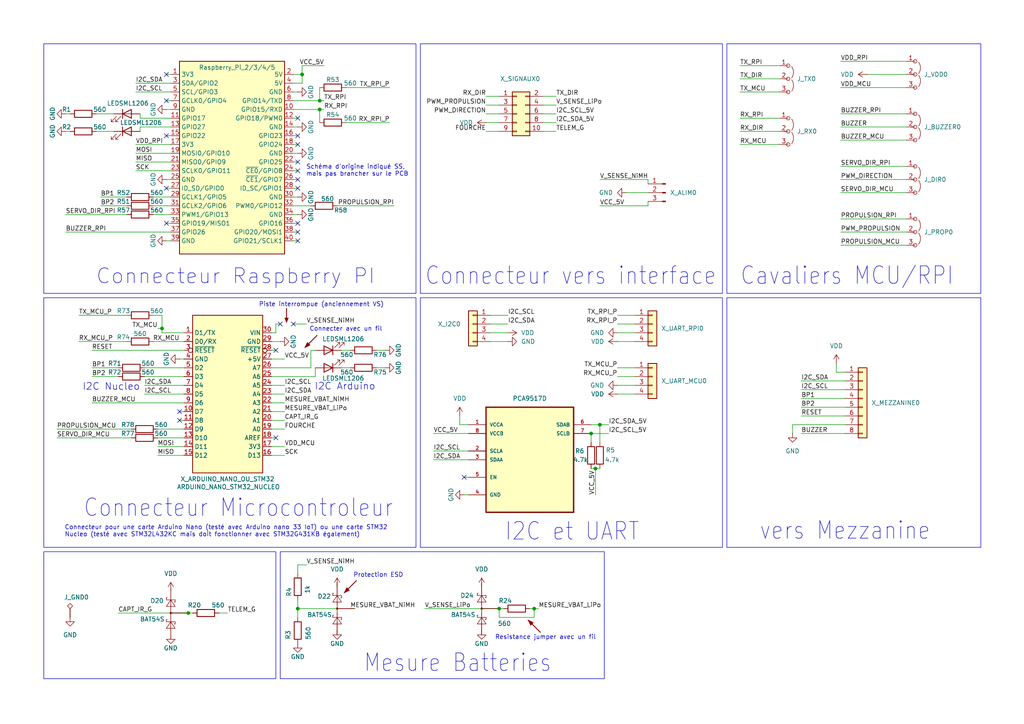
<source format=kicad_sch>
(kicad_sch (version 20231120) (generator "eeschema") (generator_version "8.0")
  (paper "A4")
  (junction (at 54.61 177.8))
  (junction (at 171.45 125.73))
  (junction (at 92.71 31.75))
  (junction (at 86.36 176.53))
  (junction (at 92.71 29.21))
  (junction (at 173.99 123.19))
  (junction (at 87.63 21.59))
  (junction (at 46.99 95.25))
  (junction (at 144.78 176.53))
  (junction (at 154.94 176.53))
  (junction (at 172.72 135.89))
  (no_connect (at 52.07 121.92))
  (no_connect (at 80.01 127))
  (no_connect (at 86.36 49.53))
  (no_connect (at 48.26 21.59))
  (no_connect (at 86.36 39.37))
  (no_connect (at 48.26 54.61))
  (no_connect (at 85.09 93.98))
  (no_connect (at 48.26 39.37))
  (no_connect (at 81.28 93.98))
  (no_connect (at 52.07 119.38))
  (no_connect (at 80.01 101.6))
  (no_connect (at 86.36 34.29))
  (no_connect (at 48.26 29.21))
  (no_connect (at 86.36 46.99))
  (no_connect (at 86.36 41.91))
  (no_connect (at 86.36 64.77))
  (no_connect (at 86.36 69.85))
  (no_connect (at 86.36 54.61))
  (no_connect (at 86.36 67.31))
  (no_connect (at 134.62 138.43))
  (no_connect (at 86.36 52.07))
  (no_connect (at 48.26 64.77))
  (wire (pts (xy 157.48 35.56) (xy 161.29 35.56)))
  (wire (pts (xy 134.62 143.51) (xy 135.89 143.51)))
  (wire (pts (xy 46.99 91.44) (xy 46.99 95.25)))
  (wire (pts (xy 142.24 93.98) (xy 147.32 93.98)))
  (wire (pts (xy 85.09 59.69) (xy 90.17 59.69)))
  (wire (pts (xy 85.09 31.75) (xy 92.71 31.75)))
  (wire (pts (xy 144.78 176.53) (xy 146.05 176.53)))
  (wire (pts (xy 243.84 71.12) (xy 262.89 71.12)))
  (wire (pts (xy 52.07 104.14) (xy 53.34 104.14)))
  (wire (pts (xy 154.94 176.53) (xy 154.94 179.07)))
  (wire (pts (xy 80.01 96.52) (xy 78.74 96.52)))
  (wire (pts (xy 86.36 62.23) (xy 85.09 62.23)))
  (wire (pts (xy 232.41 118.11) (xy 245.11 118.11)))
  (wire (pts (xy 46.99 96.52) (xy 53.34 96.52)))
  (wire (pts (xy 92.71 35.56) (xy 92.71 31.75)))
  (wire (pts (xy 45.72 127) (xy 53.34 127)))
  (wire (pts (xy 86.36 54.61) (xy 85.09 54.61)))
  (wire (pts (xy 86.36 44.45) (xy 85.09 44.45)))
  (wire (pts (xy 78.74 106.68) (xy 90.17 106.68)))
  (wire (pts (xy 41.91 109.22) (xy 53.34 109.22)))
  (wire (pts (xy 45.72 124.46) (xy 53.34 124.46)))
  (wire (pts (xy 49.53 171.45) (xy 49.53 170.18)))
  (wire (pts (xy 142.24 99.06) (xy 147.32 99.06)))
  (wire (pts (xy 19.05 67.31) (xy 49.53 67.31)))
  (wire (pts (xy 154.94 176.53) (xy 156.21 176.53)))
  (wire (pts (xy 181.61 55.88) (xy 187.96 55.88)))
  (wire (pts (xy 39.37 46.99) (xy 49.53 46.99)))
  (wire (pts (xy 52.07 119.38) (xy 53.34 119.38)))
  (wire (pts (xy 86.36 69.85) (xy 85.09 69.85)))
  (wire (pts (xy 54.61 177.8) (xy 55.88 177.8)))
  (wire (pts (xy 44.45 59.69) (xy 49.53 59.69)))
  (wire (pts (xy 86.36 163.83) (xy 86.36 166.37)))
  (wire (pts (xy 78.74 129.54) (xy 82.55 129.54)))
  (wire (pts (xy 22.86 91.44) (xy 36.83 91.44)))
  (wire (pts (xy 39.37 24.13) (xy 49.53 24.13)))
  (wire (pts (xy 85.09 93.98) (xy 88.9 93.98)))
  (wire (pts (xy 251.46 21.59) (xy 262.89 21.59)))
  (wire (pts (xy 109.22 101.6) (xy 111.76 101.6)))
  (wire (pts (xy 125.73 133.35) (xy 135.89 133.35)))
  (wire (pts (xy 78.74 121.92) (xy 82.55 121.92)))
  (wire (pts (xy 171.45 125.73) (xy 171.45 128.27)))
  (wire (pts (xy 29.21 57.15) (xy 36.83 57.15)))
  (wire (pts (xy 133.35 120.65) (xy 133.35 123.19)))
  (wire (pts (xy 172.72 135.89) (xy 172.72 143.51)))
  (wire (pts (xy 243.84 63.5) (xy 262.89 63.5)))
  (wire (pts (xy 26.67 116.84) (xy 53.34 116.84)))
  (wire (pts (xy 179.07 114.3) (xy 184.15 114.3)))
  (wire (pts (xy 242.57 107.95) (xy 245.11 107.95)))
  (wire (pts (xy 80.01 93.98) (xy 81.28 93.98)))
  (wire (pts (xy 78.74 124.46) (xy 82.55 124.46)))
  (wire (pts (xy 97.79 182.88) (xy 97.79 184.15)))
  (wire (pts (xy 85.09 21.59) (xy 87.63 21.59)))
  (wire (pts (xy 86.36 34.29) (xy 85.09 34.29)))
  (wire (pts (xy 86.36 41.91) (xy 85.09 41.91)))
  (wire (pts (xy 86.36 176.53) (xy 86.36 179.07)))
  (wire (pts (xy 41.91 111.76) (xy 53.34 111.76)))
  (wire (pts (xy 243.84 67.31) (xy 262.89 67.31)))
  (wire (pts (xy 86.36 49.53) (xy 85.09 49.53)))
  (wire (pts (xy 214.63 38.1) (xy 226.06 38.1)))
  (wire (pts (xy 44.45 62.23) (xy 49.53 62.23)))
  (wire (pts (xy 99.06 106.68) (xy 101.6 106.68)))
  (wire (pts (xy 179.07 91.44) (xy 184.15 91.44)))
  (wire (pts (xy 179.07 109.22) (xy 184.15 109.22)))
  (wire (pts (xy 92.71 31.75) (xy 93.98 31.75)))
  (wire (pts (xy 86.36 39.37) (xy 85.09 39.37)))
  (wire (pts (xy 232.41 125.73) (xy 245.11 125.73)))
  (wire (pts (xy 140.97 27.94) (xy 144.78 27.94)))
  (wire (pts (xy 87.63 19.05) (xy 93.98 19.05)))
  (wire (pts (xy 86.36 36.83) (xy 85.09 36.83)))
  (wire (pts (xy 86.36 26.67) (xy 85.09 26.67)))
  (wire (pts (xy 139.7 182.88) (xy 139.7 184.15)))
  (wire (pts (xy 45.72 132.08) (xy 53.34 132.08)))
  (wire (pts (xy 91.44 109.22) (xy 91.44 106.68)))
  (wire (pts (xy 92.71 29.21) (xy 93.98 29.21)))
  (wire (pts (xy 125.73 130.81) (xy 135.89 130.81)))
  (wire (pts (xy 78.74 99.06) (xy 81.28 99.06)))
  (wire (pts (xy 26.67 101.6) (xy 53.34 101.6)))
  (wire (pts (xy 46.99 95.25) (xy 46.99 96.52)))
  (wire (pts (xy 157.48 27.94) (xy 161.29 27.94)))
  (wire (pts (xy 34.29 177.8) (xy 54.61 177.8)))
  (wire (pts (xy 19.05 38.1) (xy 20.32 38.1)))
  (wire (pts (xy 243.84 17.78) (xy 262.89 17.78)))
  (wire (pts (xy 99.06 101.6) (xy 101.6 101.6)))
  (wire (pts (xy 179.07 111.76) (xy 184.15 111.76)))
  (wire (pts (xy 134.62 138.43) (xy 135.89 138.43)))
  (wire (pts (xy 173.99 123.19) (xy 176.53 123.19)))
  (wire (pts (xy 26.67 106.68) (xy 34.29 106.68)))
  (wire (pts (xy 140.97 35.56) (xy 144.78 35.56)))
  (wire (pts (xy 85.09 24.13) (xy 87.63 24.13)))
  (wire (pts (xy 100.33 35.56) (xy 113.03 35.56)))
  (wire (pts (xy 91.44 101.6) (xy 90.17 101.6)))
  (wire (pts (xy 232.41 110.49) (xy 245.11 110.49)))
  (wire (pts (xy 19.05 33.02) (xy 20.32 33.02)))
  (wire (pts (xy 144.78 176.53) (xy 144.78 179.07)))
  (wire (pts (xy 97.79 59.69) (xy 114.3 59.69)))
  (wire (pts (xy 157.48 38.1) (xy 161.29 38.1)))
  (wire (pts (xy 48.26 54.61) (xy 49.53 54.61)))
  (wire (pts (xy 22.86 99.06) (xy 36.83 99.06)))
  (wire (pts (xy 86.36 64.77) (xy 85.09 64.77)))
  (wire (pts (xy 27.94 33.02) (xy 33.02 33.02)))
  (wire (pts (xy 40.64 33.02) (xy 40.64 34.29)))
  (wire (pts (xy 44.45 57.15) (xy 49.53 57.15)))
  (wire (pts (xy 92.71 25.4) (xy 92.71 29.21)))
  (wire (pts (xy 171.45 125.73) (xy 176.53 125.73)))
  (wire (pts (xy 78.74 111.76) (xy 82.55 111.76)))
  (wire (pts (xy 78.74 104.14) (xy 82.55 104.14)))
  (wire (pts (xy 78.74 132.08) (xy 82.55 132.08)))
  (wire (pts (xy 232.41 115.57) (xy 245.11 115.57)))
  (wire (pts (xy 45.72 129.54) (xy 53.34 129.54)))
  (wire (pts (xy 214.63 22.86) (xy 226.06 22.86)))
  (wire (pts (xy 157.48 33.02) (xy 161.29 33.02)))
  (wire (pts (xy 86.36 57.15) (xy 85.09 57.15)))
  (wire (pts (xy 229.87 125.73) (xy 229.87 123.19)))
  (wire (pts (xy 179.07 106.68) (xy 184.15 106.68)))
  (wire (pts (xy 78.74 109.22) (xy 91.44 109.22)))
  (wire (pts (xy 97.79 176.53) (xy 86.36 176.53)))
  (wire (pts (xy 48.26 39.37) (xy 49.53 39.37)))
  (wire (pts (xy 29.21 59.69) (xy 36.83 59.69)))
  (wire (pts (xy 214.63 26.67) (xy 226.06 26.67)))
  (wire (pts (xy 44.45 91.44) (xy 46.99 91.44)))
  (wire (pts (xy 171.45 135.89) (xy 172.72 135.89)))
  (wire (pts (xy 44.45 99.06) (xy 53.34 99.06)))
  (wire (pts (xy 78.74 116.84) (xy 82.55 116.84)))
  (wire (pts (xy 123.19 176.53) (xy 144.78 176.53)))
  (wire (pts (xy 27.94 38.1) (xy 33.02 38.1)))
  (wire (pts (xy 39.37 41.91) (xy 49.53 41.91)))
  (wire (pts (xy 187.96 59.69) (xy 187.96 58.42)))
  (wire (pts (xy 52.07 121.92) (xy 53.34 121.92)))
  (wire (pts (xy 16.51 124.46) (xy 38.1 124.46)))
  (wire (pts (xy 214.63 34.29) (xy 226.06 34.29)))
  (wire (pts (xy 48.26 29.21) (xy 49.53 29.21)))
  (wire (pts (xy 133.35 123.19) (xy 135.89 123.19)))
  (wire (pts (xy 78.74 119.38) (xy 82.55 119.38)))
  (wire (pts (xy 16.51 127) (xy 38.1 127)))
  (wire (pts (xy 173.99 123.19) (xy 173.99 128.27)))
  (wire (pts (xy 153.67 176.53) (xy 154.94 176.53)))
  (wire (pts (xy 139.7 170.18) (xy 139.7 168.91)))
  (wire (pts (xy 90.17 101.6) (xy 90.17 106.68)))
  (wire (pts (xy 40.64 36.83) (xy 49.53 36.83)))
  (wire (pts (xy 229.87 123.19) (xy 245.11 123.19)))
  (wire (pts (xy 86.36 46.99) (xy 85.09 46.99)))
  (wire (pts (xy 86.36 52.07) (xy 85.09 52.07)))
  (wire (pts (xy 49.53 184.15) (xy 49.53 185.42)))
  (wire (pts (xy 232.41 120.65) (xy 245.11 120.65)))
  (wire (pts (xy 48.26 69.85) (xy 49.53 69.85)))
  (wire (pts (xy 48.26 64.77) (xy 49.53 64.77)))
  (wire (pts (xy 171.45 123.19) (xy 173.99 123.19)))
  (wire (pts (xy 243.84 48.26) (xy 262.89 48.26)))
  (wire (pts (xy 214.63 19.05) (xy 226.06 19.05)))
  (wire (pts (xy 179.07 93.98) (xy 184.15 93.98)))
  (wire (pts (xy 80.01 93.98) (xy 80.01 96.52)))
  (wire (pts (xy 80.01 101.6) (xy 78.74 101.6)))
  (wire (pts (xy 97.79 170.18) (xy 97.79 168.91)))
  (wire (pts (xy 242.57 105.41) (xy 242.57 107.95)))
  (wire (pts (xy 179.07 96.52) (xy 184.15 96.52)))
  (wire (pts (xy 101.6 176.53) (xy 102.87 176.53)))
  (wire (pts (xy 187.96 52.07) (xy 187.96 53.34)))
  (wire (pts (xy 100.33 25.4) (xy 113.03 25.4)))
  (wire (pts (xy 243.84 52.07) (xy 262.89 52.07)))
  (wire (pts (xy 86.36 163.83) (xy 88.9 163.83)))
  (wire (pts (xy 39.37 49.53) (xy 49.53 49.53)))
  (wire (pts (xy 142.24 96.52) (xy 147.32 96.52)))
  (wire (pts (xy 243.84 33.02) (xy 262.89 33.02)))
  (wire (pts (xy 86.36 67.31) (xy 85.09 67.31)))
  (wire (pts (xy 87.63 21.59) (xy 87.63 24.13)))
  (wire (pts (xy 86.36 173.99) (xy 86.36 176.53)))
  (wire (pts (xy 125.73 125.73) (xy 135.89 125.73)))
  (wire (pts (xy 40.64 34.29) (xy 49.53 34.29)))
  (wire (pts (xy 243.84 40.64) (xy 262.89 40.64)))
  (wire (pts (xy 232.41 113.03) (xy 245.11 113.03)))
  (wire (pts (xy 26.67 109.22) (xy 34.29 109.22)))
  (wire (pts (xy 140.97 30.48) (xy 144.78 30.48)))
  (wire (pts (xy 45.72 95.25) (xy 46.99 95.25)))
  (wire (pts (xy 85.09 29.21) (xy 92.71 29.21)))
  (wire (pts (xy 40.64 38.1) (xy 40.64 36.83)))
  (wire (pts (xy 48.26 21.59) (xy 49.53 21.59)))
  (wire (pts (xy 243.84 36.83) (xy 262.89 36.83)))
  (wire (pts (xy 172.72 135.89) (xy 173.99 135.89)))
  (wire (pts (xy 140.97 33.02) (xy 144.78 33.02)))
  (wire (pts (xy 41.91 106.68) (xy 53.34 106.68)))
  (wire (pts (xy 157.48 30.48) (xy 161.29 30.48)))
  (wire (pts (xy 243.84 25.4) (xy 262.89 25.4)))
  (wire (pts (xy 39.37 44.45) (xy 49.53 44.45)))
  (wire (pts (xy 179.07 99.06) (xy 184.15 99.06)))
  (wire (pts (xy 144.78 179.07) (xy 154.94 179.07)))
  (wire (pts (xy 41.91 114.3) (xy 53.34 114.3)))
  (wire (pts (xy 48.26 52.07) (xy 49.53 52.07)))
  (wire (pts (xy 63.5 177.8) (xy 66.04 177.8)))
  (wire (pts (xy 173.99 52.07) (xy 187.96 52.07)))
  (wire (pts (xy 173.99 59.69) (xy 187.96 59.69)))
  (wire (pts (xy 140.97 38.1) (xy 144.78 38.1)))
  (wire (pts (xy 243.84 55.88) (xy 262.89 55.88)))
  (wire (pts (xy 109.22 106.68) (xy 111.76 106.68)))
  (wire (pts (xy 19.05 62.23) (xy 36.83 62.23)))
  (wire (pts (xy 39.37 26.67) (xy 49.53 26.67)))
  (wire (pts (xy 214.63 41.91) (xy 226.06 41.91)))
  (wire (pts (xy 78.74 114.3) (xy 82.55 114.3)))
  (wire (pts (xy 48.26 31.75) (xy 49.53 31.75)))
  (wire (pts (xy 87.63 19.05) (xy 87.63 21.59)))
  (wire (pts (xy 80.01 127) (xy 78.74 127)))
  (wire (pts (xy 142.24 91.44) (xy 147.32 91.44)))
  (rectangle (start 12.7 12.7) (end 120.65 85.09))
  (rectangle (start 81.28 160.02) (end 175.26 196.85))
  (rectangle (start 121.92 86.36) (end 209.55 158.75))
  (rectangle (start 12.7 86.36) (end 120.65 158.75))
  (rectangle (start 12.7 160.02) (end 80.01 196.85))
  (rectangle (start 121.92 12.7) (end 209.55 85.09))
  (rectangle (start 210.82 12.7) (end 284.48 85.09))
  (rectangle (start 210.82 86.36) (end 284.48 158.75))
  (text_box "Connecteur pour une carte Arduino Nano (testé avec Arduino nano 33 IoT) ou une carte STM32 Nucleo (testé avec STM32L432KC mais doit fonctionner avec STM32G431KB également)" (at 17.78 151.13 0) (size 99.06 6.35) (stroke (width -0.0001)) (effects (font (size 1.27 1.27)) (justify left top)))
  (text "Schéma d'origine indiqué SS, \nmais pas brancher sur le PCB" (at 103.632 49.53 0) (effects (font (size 1.27 1.27))))
  (text "Protection ESD" (at 109.728 166.878 0) (effects (font (size 1.27 1.27))))
  (text "I2C Arduino\n\n" (at 100.076 113.792 0) (effects (font (size 2 2))))
  (text "Mesure Batteries" (at 105.41 195.326 0) (effects (font (size 5.08 4.318)) (justify left bottom)))
  (text "I2C et UART" (at 146.304 157.226 0) (effects (font (size 5.08 4.318)) (justify left bottom)))
  (text "Cavaliers MCU/RPI" (at 214.63 83.058 0) (effects (font (size 5.08 4.318)) (justify left bottom)))
  (text "I2C Nucleo\n" (at 32.258 112.268 0) (effects (font (size 2 2))))
  (text "Connecter avec un fil\n" (at 100.33 95.504 0) (effects (font (size 1.27 1.27))))
  (text "Connecteur Raspberry PI" (at 68.326 80.264 0) (effects (font (size 4.318 4.318))))
  (text "Piste interrompue (anciennement VS)" (at 93.218 88.392 0) (effects (font (size 1.27 1.27))))
  (text "Connecteur vers interface" (at 123.19 83.058 0) (effects (font (size 5.08 4.318)) (justify left bottom)))
  (text "Resistance jumper avec un fil\n" (at 158.242 184.912 0) (effects (font (size 1.27 1.27))))
  (text "Connecteur Microcontroleur" (at 24.13 150.368 0) (effects (font (size 5.08 4.318)) (justify left bottom)))
  (text "vers Mezzanine" (at 220.218 156.972 0) (effects (font (size 5.08 4.318)) (justify left bottom)))
  (label "CAPT_IR_G" (at 82.55 121.92 0))
  (label "I2C_SDA" (at 232.41 110.49 0))
  (label "MOSI" (at 45.72 129.54 0))
  (label "I2C_SDA" (at 125.73 133.35 0))
  (label "MESURE_VBAT_LiPo" (at 82.55 119.38 0))
  (label "BP2" (at 29.21 59.69 0))
  (label "TX_MCU_P" (at 22.86 91.44 0))
  (label "I2C_SDA" (at 82.55 114.3 0))
  (label "TX_RPI_P" (at 113.03 25.4 180))
  (label "I2C_SCL" (at 147.32 91.44 0))
  (label "BUZZER_MCU" (at 26.67 116.84 0))
  (label "TX_MCU_P" (at 179.07 106.68 180))
  (label "V_SENSE_NiMH" (at 173.99 52.07 0))
  (label "VDD_MCU" (at 243.84 25.4 0))
  (label "SERVO_DIR_MCU" (at 16.51 127 0))
  (label "BUZZER" (at 243.84 36.83 0))
  (label "RX_RPI" (at 93.98 31.75 0))
  (label "RX_MCU_P" (at 22.86 99.06 0))
  (label "FOURCHE" (at 82.55 124.46 0))
  (label "MISO" (at 45.72 132.08 0))
  (label "TELEM_G" (at 66.04 177.8 0))
  (label "V_SENSE_NiMH" (at 88.9 93.98 0))
  (label "SCK" (at 39.37 49.53 0))
  (label "TELEM_G" (at 161.29 38.1 0))
  (label "RX_DIR" (at 214.63 38.1 0))
  (label "FOURCHE" (at 140.97 38.1 180))
  (label "SERVO_DIR_RPI" (at 243.84 48.26 0))
  (label "VCC_5V" (at 125.73 125.73 0))
  (label "PROPULSION_MCU" (at 16.51 124.46 0))
  (label "VDD_RPI" (at 39.37 41.91 0))
  (label "I2C_SCL" (at 232.41 113.03 0))
  (label "VCC_5V" (at 173.99 59.69 0))
  (label "VDD_RPI" (at 243.84 17.78 0))
  (label "BP2" (at 232.41 118.11 0))
  (label "RX_RPI_P" (at 179.07 93.98 180))
  (label "SCK" (at 82.55 132.08 0))
  (label "RX_RPI" (at 214.63 34.29 0))
  (label "MISO" (at 39.37 46.99 0))
  (label "I2C_SCL" (at 41.91 114.3 0))
  (label "RX_DIR" (at 140.97 27.94 180))
  (label "RX_MCU" (at 214.63 41.91 0))
  (label "BUZZER_RPI" (at 19.05 67.31 0))
  (label "BUZZER_RPI" (at 243.84 33.02 0))
  (label "MESURE_VBAT_NiMH" (at 101.6 176.53 0))
  (label "MOSI" (at 39.37 44.45 0))
  (label "I2C_SCL_5V" (at 176.53 125.73 0))
  (label "CAPT_IR_G" (at 34.29 177.8 0))
  (label "TX_MCU" (at 45.72 95.25 180))
  (label "PWM_DIRECTION" (at 243.84 52.07 0))
  (label "RX_MCU" (at 52.07 99.06 180))
  (label "I2C_SDA_5V" (at 161.29 35.56 0))
  (label "I2C_SCL" (at 39.37 26.67 0))
  (label "SERVO_DIR_RPI" (at 19.05 62.23 0))
  (label "PROPULSION_RPI" (at 114.3 59.69 180))
  (label "I2C_SCL_5V" (at 161.29 33.02 0))
  (label "TX_RPI" (at 93.98 29.21 0))
  (label "RX_RPI_P" (at 113.03 35.56 180))
  (label "VDD_MCU" (at 82.55 129.54 0))
  (label "BP2" (at 26.67 109.22 0))
  (label "I2C_SDA_5V" (at 176.53 123.19 0))
  (label "BP1" (at 29.21 57.15 0))
  (label "I2C_SDA" (at 41.91 111.76 0))
  (label "RX_MCU_P" (at 179.07 109.22 180))
  (label "V_SENSE_NiMH" (at 88.9 163.83 0))
  (label "VCC_5V" (at 93.98 19.05 180))
  (label "PROPULSION_MCU" (at 243.84 71.12 0))
  (label "V_SENSE_LiPo" (at 161.29 30.48 0))
  (label "BP1" (at 232.41 115.57 0))
  (label "PWM_DIRECTION" (at 140.97 33.02 180))
  (label "TX_RPI_P" (at 179.07 91.44 180))
  (label "TX_DIR" (at 161.29 27.94 0))
  (label "RESET" (at 232.41 120.65 0))
  (label "TX_DIR" (at 214.63 22.86 0))
  (label "MESURE_VBAT_NiMH" (at 82.55 116.84 0))
  (label "I2C_SCL" (at 82.55 111.76 0))
  (label "PWM_PROPULSION" (at 243.84 67.31 0))
  (label "MESURE_VBAT_LiPo" (at 156.21 176.53 0))
  (label "BUZZER" (at 232.41 125.73 0))
  (label "BUZZER_MCU" (at 243.84 40.64 0))
  (label "SERVO_DIR_MCU" (at 243.84 55.88 0))
  (label "PROPULSION_RPI" (at 243.84 63.5 0))
  (label "V_SENSE_LiPo" (at 123.19 176.53 0))
  (label "TX_RPI" (at 214.63 19.05 0))
  (label "VCC_5V" (at 172.72 143.51 90))
  (label "I2C_SCL" (at 125.73 130.81 0))
  (label "PWM_PROPULSION" (at 140.97 30.48 180))
  (label "I2C_SDA" (at 147.32 93.98 0))
  (label "TX_MCU" (at 214.63 26.67 0))
  (label "RESET" (at 26.67 101.6 0))
  (label "BP1" (at 26.67 106.68 0))
  (label "VCC_5V" (at 82.55 104.14 0))
  (label "I2C_SDA" (at 39.37 24.13 0))
  (symbol (lib_id "power:VDD") (at 242.57 105.41 0) (unit 1)
    (property "Reference" "#PWR028" (effects (hide yes)))
    (property "Value" "VDD" (at 242.57 100.33 0))
    (property "Description" "Power symbol creates a global label with name \"VDD\"" (effects (hide yes)))
  )
  (symbol (lib_id "power:GND") (at 181.61 55.88 270) (unit 1)
    (property "Reference" "#PWR035" (effects (hide yes)))
    (property "Value" "GND" (at 177.8 55.8799 90) (effects (justify right)))
    (property "Description" "Power symbol creates a global label with name \"GND\" , ground" (effects (hide yes)))
  )
  (symbol (lib_id "Graphic:SYM_Arrow45_Normal") (at 154.94 181.61 180) (unit 1) (exclude_from_sim yes) (in_bom no) (on_board no)
    (property "Reference" "#SYM3" (effects (hide yes)))
    (property "Value" "SYM_Arrow45_Normal" (effects (hide yes)))
    (property "Description" "Filled 45° arrow, 200mil" (effects (hide yes)))
  )
  (symbol (lib_id "Device:R") (at 173.99 132.08 0) (unit 1)
    (property "Reference" "R5" (at 177.038 130.556 0))
    (property "Value" "4.7k" (at 177.546 133.35 0))
    (property "Footprint" "Resistor_SMD:R_1206_3216Metric_Pad1.30x1.75mm_HandSolder" (effects (hide yes)))
    (property "Description" "Resistor" (effects (hide yes)))
  )
  (symbol (lib_id "Device:R") (at 24.13 38.1 270) (unit 1)
    (property "Reference" "R2" (at 19.304 36.83 90))
    (property "Value" "560" (at 28.956 36.83 90))
    (property "Footprint" "Resistor_SMD:R_1206_3216Metric_Pad1.30x1.75mm_HandSolder" (effects (hide yes)))
    (property "Description" "Resistor" (effects (hide yes)))
  )
  (symbol (lib_name "Jumper_3_Open_1") (lib_id "Jumper:Jumper_3_Open") (at 265.43 21.59 270) (unit 1) (exclude_from_sim yes) (in_bom no)
    (property "Reference" "J_VDD0" (at 267.97 21.5899 90) (effects (justify left)))
    (property "Value" "Jumper_3_Open" (effects (hide yes)))
    (property "Footprint" "Connector_PinHeader_2.54mm:PinHeader_1x03_P2.54mm_Vertical" (effects (hide yes)))
    (property "Description" "Jumper, 3-pole, both open" (effects (hide yes)))
  )
  (symbol (lib_id "power:GND") (at 86.36 26.67 90) (unit 1)
    (property "Reference" "#PWR01" (effects (hide yes)))
    (property "Value" "GND" (at 90.17 24.638 0) (effects (justify right)))
    (property "Description" "Power symbol creates a global label with name \"GND\" , ground" (effects (hide yes)))
  )
  (symbol (lib_id "power:GND") (at 20.32 179.07 0) (unit 1)
    (property "Reference" "#PWR021" (effects (hide yes)))
    (property "Value" "GND" (at 20.32 184.15 0))
    (property "Description" "Power symbol creates a global label with name \"GND\" , ground" (effects (hide yes)))
  )
  (symbol (lib_id "Device:R") (at 105.41 106.68 90) (unit 1)
    (property "Reference" "R75" (at 110.236 107.95 90))
    (property "Value" "560" (at 100.584 107.95 90))
    (property "Footprint" "Resistor_SMD:R_1206_3216Metric_Pad1.30x1.75mm_HandSolder" (effects (hide yes)))
    (property "Description" "Resistor" (effects (hide yes)))
  )
  (symbol (lib_id "MCU_Module:Arduino_Nano_v3.x") (at 66.04 119.38 0) (unit 1)
    (property "Reference" "X_ARDUINO_NANO_OU_STM32" (at 52.324 138.938 0) (effects (justify left)))
    (property "Value" "ARDUINO_NANO_STM32_NUCLEO" (at 51.308 141.224 0) (effects (justify left)))
    (property "Footprint" "Module:Arduino_Nano" (effects (hide yes)))
    (property "Datasheet" "http://www.mouser.com/pdfdocs/Gravitech_Arduino_Nano3_0.pdf" (effects (hide yes)))
    (property "Description" "Arduino Nano v3.x" (effects (hide yes)))
  )
  (symbol (lib_id "Device:R") (at 149.86 176.53 270) (unit 1)
    (property "Reference" "R24" (at 146.558 174.244 90))
    (property "Value" "560" (at 146.304 180.848 90))
    (property "Footprint" "Resistor_SMD:R_1206_3216Metric_Pad1.30x1.75mm_HandSolder" (effects (hide yes)))
    (property "Description" "Resistor" (effects (hide yes)))
  )
  (symbol (lib_id "Device:R") (at 40.64 59.69 270) (unit 1)
    (property "Reference" "R51" (at 35.814 58.42 90))
    (property "Value" "560" (at 45.466 58.42 90))
    (property "Footprint" "Resistor_SMD:R_1206_3216Metric_Pad1.30x1.75mm_HandSolder" (effects (hide yes)))
    (property "Description" "Resistor" (effects (hide yes)))
  )
  (symbol (lib_id "power:GND") (at 19.05 38.1 270) (unit 1)
    (property "Reference" "#PWR012" (effects (hide yes)))
    (property "Value" "GND" (at 15.24 40.132 0) (effects (justify right)))
    (property "Description" "Power symbol creates a global label with name \"GND\" , ground" (effects (hide yes)))
  )
  (symbol (lib_id "Jumper:Jumper_3_Open") (at 265.43 36.83 270) (unit 1) (exclude_from_sim yes) (in_bom no)
    (property "Reference" "J_BUZZER0" (at 267.97 36.8299 90) (effects (justify left)))
    (property "Value" "Jumper_3_Open" (effects (hide yes)))
    (property "Footprint" "Connector_PinHeader_2.54mm:PinHeader_1x03_P2.54mm_Vertical" (effects (hide yes)))
    (property "Description" "Jumper, 3-pole, both open" (effects (hide yes)))
  )
  (symbol (lib_id "power:GND") (at 229.87 125.73 0) (unit 1)
    (property "Reference" "#PWR027" (effects (hide yes)))
    (property "Value" "GND" (at 229.87 130.81 0))
    (property "Description" "Power symbol creates a global label with name \"GND\" , ground" (effects (hide yes)))
  )
  (symbol (lib_id "power:GND") (at 86.36 57.15 90) (unit 1)
    (property "Reference" "#PWR04" (effects (hide yes)))
    (property "Value" "GND" (at 90.17 55.118 0) (effects (justify right)))
    (property "Description" "Power symbol creates a global label with name \"GND\" , ground" (effects (hide yes)))
  )
  (symbol (lib_id "Device:LED") (at 95.25 106.68 180) (unit 1)
    (property "Reference" "LED4" (effects (hide yes)))
    (property "Value" "LEDSML1206" (at 99.568 109.728 0))
    (property "Footprint" "Diode_SMD:D_1206_3216Metric_Pad1.42x1.75mm_HandSolder" (effects (hide yes)))
    (property "Description" "Light emitting diode" (effects (hide yes)))
  )
  (symbol (lib_id "Connector_Generic:Conn_01x04") (at 137.16 93.98 0) (mirror y) (unit 1)
    (property "Reference" "X_I2C0" (at 130.302 93.98 0))
    (property "Value" "Conn_01x04" (effects (hide yes)))
    (property "Footprint" "Connector_Molex:Molex_KK-254_AE-6410-04A_1x04_P2.54mm_Vertical" (effects (hide yes)))
    (property "Description" "Generic connector, single row, 01x04, script generated (kicad-library-utils/schlib/autogen/connector/)" (effects (hide yes)))
  )
  (symbol (lib_id "Device:R") (at 96.52 35.56 90) (unit 1)
    (property "Reference" "R54" (at 96.52 33.274 90))
    (property "Value" "560" (at 101.6 34.29 90))
    (property "Footprint" "Resistor_SMD:R_1206_3216Metric_Pad1.30x1.75mm_HandSolder" (effects (hide yes)))
    (property "Description" "Resistor" (effects (hide yes)))
  )
  (symbol (lib_id "power:VDD") (at 251.46 21.59 90) (unit 1)
    (property "Reference" "#PWR026" (effects (hide yes)))
    (property "Value" "VDD" (at 247.65 21.5899 90) (effects (justify left)))
    (property "Description" "Power symbol creates a global label with name \"VDD\"" (effects (hide yes)))
  )
  (symbol (lib_id "Device:R") (at 38.1 106.68 270) (unit 1)
    (property "Reference" "R71" (at 33.274 105.41 90))
    (property "Value" "560" (at 42.926 105.41 90))
    (property "Footprint" "Resistor_SMD:R_1206_3216Metric_Pad1.30x1.75mm_HandSolder" (effects (hide yes)))
    (property "Description" "Resistor" (effects (hide yes)))
  )
  (symbol (lib_id "power:VDD") (at 133.35 120.65 0) (unit 1)
    (property "Reference" "#PWR015" (effects (hide yes)))
    (property "Value" "VDD" (at 133.35 115.57 0))
    (property "Description" "Power symbol creates a global label with name \"VDD\"" (effects (hide yes)))
  )
  (symbol (lib_id "Connector:TestPoint_Alt") (at 20.32 179.07 0) (unit 1)
    (property "Reference" "J_GND0" (at 18.542 173.228 0) (effects (justify left)))
    (property "Value" "TestPoint" (effects (hide yes)))
    (property "Footprint" "TestPoint:TestPoint_Loop_D3.50mm_Drill0.9mm_Beaded" (effects (hide yes)))
    (property "Description" "test point (alternative shape)" (effects (hide yes)))
  )
  (symbol (lib_id "power:GND") (at 48.26 52.07 270) (unit 1)
    (property "Reference" "#PWR07" (effects (hide yes)))
    (property "Value" "GND" (at 44.45 54.102 0) (effects (justify right)))
    (property "Description" "Power symbol creates a global label with name \"GND\" , ground" (effects (hide yes)))
  )
  (symbol (lib_id "Device:R") (at 171.45 132.08 180) (unit 1)
    (property "Reference" "R6" (at 168.148 130.81 0))
    (property "Value" "4.7k" (at 168.402 133.35 0))
    (property "Footprint" "Resistor_SMD:R_1206_3216Metric_Pad1.30x1.75mm_HandSolder" (effects (hide yes)))
    (property "Description" "Resistor" (effects (hide yes)))
  )
  (symbol (lib_id "Jumper:Jumper_3_Open") (at 265.43 52.07 270) (unit 1) (exclude_from_sim yes) (in_bom no)
    (property "Reference" "J_DIR0" (at 267.97 52.0699 90) (effects (justify left)))
    (property "Value" "Jumper_3_Open" (effects (hide yes)))
    (property "Footprint" "Connector_PinHeader_2.54mm:PinHeader_1x03_P2.54mm_Vertical" (effects (hide yes)))
    (property "Description" "Jumper, 3-pole, both open" (effects (hide yes)))
  )
  (symbol (lib_id "Device:R") (at 38.1 109.22 270) (unit 1)
    (property "Reference" "R72" (at 33.274 107.95 90))
    (property "Value" "560" (at 42.926 107.95 90))
    (property "Footprint" "Resistor_SMD:R_1206_3216Metric_Pad1.30x1.75mm_HandSolder" (effects (hide yes)))
    (property "Description" "Resistor" (effects (hide yes)))
  )
  (symbol (lib_id "power:GND") (at 179.07 111.76 270) (unit 1)
    (property "Reference" "#PWR033" (effects (hide yes)))
    (property "Value" "GND" (at 175.26 111.7599 90) (effects (justify right)))
    (property "Description" "Power symbol creates a global label with name \"GND\" , ground" (effects (hide yes)))
  )
  (symbol (lib_id "power:VDD") (at 97.79 170.18 0) (unit 1)
    (property "Reference" "#PWR022" (effects (hide yes)))
    (property "Value" "VDD" (at 97.79 165.1 0))
    (property "Description" "Power symbol creates a global label with name \"VDD\"" (effects (hide yes)))
  )
  (symbol (lib_id "Graphic:SYM_Arrow45_Normal") (at 90.17 99.06 270) (unit 1) (exclude_from_sim yes) (in_bom no) (on_board no)
    (property "Reference" "#SYM1" (effects (hide yes)))
    (property "Value" "SYM_Arrow45_Normal" (effects (hide yes)))
    (property "Description" "Filled 45° arrow, 200mil" (effects (hide yes)))
  )
  (symbol (lib_id "Connector_Generic:Conn_02x05_Odd_Even") (at 149.86 33.02 0) (unit 1)
    (property "Reference" "X_SIGNAUX0" (at 150.876 22.86 0))
    (property "Value" "Conn_02x05" (effects (hide yes)))
    (property "Footprint" "Connector_IDC:IDC-Header_2x05_P2.54mm_Vertical" (effects (hide yes)))
    (property "Description" "Generic connector, double row, 02x05, odd/even pin numbering scheme (row 1 odd numbers, row 2 even numbers), script generated (kicad-library-utils/schlib/autogen/connector/)" (effects (hide yes)))
  )
  (symbol (lib_id "Device:LED") (at 36.83 38.1 0) (unit 1)
    (property "Reference" "LED2" (effects (hide yes)))
    (property "Value" "LEDSML1206" (at 40.894 35.56 0))
    (property "Footprint" "Diode_SMD:D_1206_3216Metric_Pad1.42x1.75mm_HandSolder" (effects (hide yes)))
    (property "Description" "Light emitting diode" (effects (hide yes)))
  )
  (symbol (lib_id "Device:R") (at 40.64 91.44 270) (unit 1)
    (property "Reference" "R73" (at 35.814 90.17 90))
    (property "Value" "560" (at 45.466 90.17 90))
    (property "Footprint" "Resistor_SMD:R_1206_3216Metric_Pad1.30x1.75mm_HandSolder" (effects (hide yes)))
    (property "Description" "Resistor" (effects (hide yes)))
  )
  (symbol (lib_id "power:GND") (at 134.62 143.51 270) (unit 1)
    (property "Reference" "#PWR016" (effects (hide yes)))
    (property "Value" "GND" (at 130.81 145.542 0) (effects (justify right)))
    (property "Description" "Power symbol creates a global label with name \"GND\" , ground" (effects (hide yes)))
  )
  (symbol (lib_id "Device:R") (at 41.91 124.46 270) (unit 1)
    (property "Reference" "R78" (at 37.084 123.19 90))
    (property "Value" "560" (at 46.736 123.19 90))
    (property "Footprint" "Resistor_SMD:R_1206_3216Metric_Pad1.30x1.75mm_HandSolder" (effects (hide yes)))
    (property "Description" "Resistor" (effects (hide yes)))
  )
  (symbol (lib_id "Diode:BAT54S") (at 97.79 176.53 90) (unit 1)
    (property "Reference" "D22" (at 96.012 172.974 90) (effects (justify left)))
    (property "Value" "BAT54S" (at 96.266 178.308 90) (effects (justify left)))
    (property "Footprint" "Package_TO_SOT_SMD:SOT-23" (effects (hide yes)))
    (property "Datasheet" "https://www.diodes.com/assets/Datasheets/ds11005.pdf" (effects (hide yes)))
    (property "Description" "Vr 30V, If 200mA, Dual schottky barrier diode, in series, SOT-323" (effects (hide yes)))
  )
  (symbol (lib_id "power:GND") (at 81.28 99.06 90) (unit 1)
    (property "Reference" "#PWR09" (effects (hide yes)))
    (property "Value" "GND" (at 85.09 97.028 0) (effects (justify right)))
    (property "Description" "Power symbol creates a global label with name \"GND\" , ground" (effects (hide yes)))
  )
  (symbol (lib_id "Connector_Generic:Conn_01x08") (at 250.19 115.57 0) (unit 1)
    (property "Reference" "X_MEZZANINE0" (at 252.73 116.8399 0) (effects (justify left)))
    (property "Footprint" "Connector_Molex:Molex_KK-254_AE-6410-08A_1x08_P2.54mm_Vertical" (effects (hide yes)))
    (property "Description" "Generic connector, single row, 01x08, script generated (kicad-library-utils/schlib/autogen/connector/)" (effects (hide yes)))
  )
  (symbol (lib_id "Device:R") (at 105.41 101.6 90) (unit 1)
    (property "Reference" "R76" (at 110.236 102.87 90))
    (property "Value" "560" (at 100.584 102.87 90))
    (property "Footprint" "Resistor_SMD:R_1206_3216Metric_Pad1.30x1.75mm_HandSolder" (effects (hide yes)))
    (property "Description" "Resistor" (effects (hide yes)))
  )
  (symbol (lib_id "PCA9517D_112:PCA9517D_112") (at 153.67 130.81 0) (unit 1)
    (property "Reference" "U1" (effects (hide yes)))
    (property "Value" "PCA9517D" (at 153.67 115.57 0))
    (property "Footprint" "PCA9517D_112:SOIC127P600X175-8N" (effects (hide yes)))
    (property "DigiKey_Part_Number" "568-12126-5-ND" (effects (hide yes)))
    (property "SnapEDA_Link" "https://www.snapeda.com/parts/PCA9517D,112/NXP+Semiconductors/view-part/?ref=snap" (effects (hide yes)))
    (property "Description_1" "\n                        \n                            Buffer, ReDriver 2 Channel 400kHz 8-SO\n                        \n" (effects (hide yes)))
    (property "PACKAGE" "SOIC-8" (effects (hide yes)))
    (property "MPN" "PCA9517D,112" (effects (hide yes)))
    (property "Package" "SO-8 NXP Semiconductors" (effects (hide yes)))
    (property "OC_FARNELL" "-" (effects (hide yes)))
    (property "MF" "NXP Semiconductors" (effects (hide yes)))
    (property "MP" "PCA9517D,112" (effects (hide yes)))
    (property "SUPPLIER" "NXP Semiconductors" (effects (hide yes)))
    (property "OC_NEWARK" "70R6494" (effects (hide yes)))
    (property "Check_prices" "https://www.snapeda.com/parts/PCA9517D,112/NXP+Semiconductors/view-part/?ref=eda" (effects (hide yes)))
  )
  (symbol (lib_id "Diode:BAT54S") (at 49.53 177.8 90) (unit 1)
    (property "Reference" "D20" (at 47.498 174.244 90) (effects (justify left)))
    (property "Value" "BAT54S" (at 47.752 179.578 90) (effects (justify left)))
    (property "Footprint" "Package_TO_SOT_SMD:SOT-23" (effects (hide yes)))
    (property "Datasheet" "https://www.diodes.com/assets/Datasheets/ds11005.pdf" (effects (hide yes)))
    (property "Description" "Vr 30V, If 200mA, Dual schottky barrier diode, in series, SOT-323" (effects (hide yes)))
  )
  (symbol (lib_id "Connector_Generic:Conn_01x04") (at 189.23 109.22 0) (unit 1)
    (property "Reference" "X_UART_MCU0" (at 191.77 110.4899 0) (effects (justify left)))
    (property "Value" "Conn_01x04" (effects (hide yes)))
    (property "Footprint" "Connector_JST:JST_XH_B4B-XH-AM_1x04_P2.50mm_Vertical" (effects (hide yes)))
    (property "Description" "Generic connector, single row, 01x04, script generated (kicad-library-utils/schlib/autogen/connector/)" (effects (hide yes)))
  )
  (symbol (lib_id "power:VDD") (at 147.32 96.52 270) (unit 1)
    (property "Reference" "#PWR029" (effects (hide yes)))
    (property "Value" "VDD" (at 151.13 96.5199 90) (effects (justify left)))
    (property "Description" "Power symbol creates a global label with name \"VDD\"" (effects (hide yes)))
  )
  (symbol (lib_id "power:GND") (at 111.76 106.68 90) (unit 1)
    (property "Reference" "#PWR014" (effects (hide yes)))
    (property "Value" "GND" (at 115.57 104.648 0) (effects (justify right)))
    (property "Description" "Power symbol creates a global label with name \"GND\" , ground" (effects (hide yes)))
  )
  (symbol (lib_id "power:GND") (at 179.07 96.52 270) (unit 1)
    (property "Reference" "#PWR031" (effects (hide yes)))
    (property "Value" "GND" (at 175.26 96.5199 90) (effects (justify right)))
    (property "Description" "Power symbol creates a global label with name \"GND\" , ground" (effects (hide yes)))
  )
  (symbol (lib_id "Jumper:Jumper_3_Open") (at 228.6 22.86 270) (unit 1) (exclude_from_sim yes) (in_bom no)
    (property "Reference" "J_TX0" (at 231.14 22.8599 90) (effects (justify left)))
    (property "Value" "Jumper_3_Open" (effects (hide yes)))
    (property "Footprint" "Connector_PinHeader_2.54mm:PinHeader_1x03_P2.54mm_Vertical" (effects (hide yes)))
    (property "Description" "Jumper, 3-pole, both open" (effects (hide yes)))
  )
  (symbol (lib_id "Diode:BAT54S") (at 139.7 176.53 90) (unit 1)
    (property "Reference" "D24" (at 137.414 172.72 90) (effects (justify left)))
    (property "Value" "BAT54S" (at 137.922 178.308 90) (effects (justify left)))
    (property "Footprint" "Package_TO_SOT_SMD:SOT-23" (effects (hide yes)))
    (property "Datasheet" "https://www.diodes.com/assets/Datasheets/ds11005.pdf" (effects (hide yes)))
    (property "Description" "Vr 30V, If 200mA, Dual schottky barrier diode, in series, SOT-323" (effects (hide yes)))
  )
  (symbol (lib_id "Device:R") (at 40.64 57.15 270) (unit 1)
    (property "Reference" "R52" (at 35.814 55.88 90))
    (property "Value" "560" (at 45.466 55.88 90))
    (property "Footprint" "Resistor_SMD:R_1206_3216Metric_Pad1.30x1.75mm_HandSolder" (effects (hide yes)))
    (property "Description" "Resistor" (effects (hide yes)))
  )
  (symbol (lib_id "power:GND") (at 147.32 99.06 90) (unit 1)
    (property "Reference" "#PWR030" (effects (hide yes)))
    (property "Value" "GND" (at 151.13 99.0599 90) (effects (justify right)))
    (property "Description" "Power symbol creates a global label with name \"GND\" , ground" (effects (hide yes)))
  )
  (symbol (lib_id "power:VDD") (at 140.97 35.56 90) (unit 1)
    (property "Reference" "#PWR025" (effects (hide yes)))
    (property "Value" "VDD" (at 137.16 35.5599 90) (effects (justify left)))
    (property "Description" "Power symbol creates a global label with name \"VDD\"" (effects (hide yes)))
  )
  (symbol (lib_id "Device:R") (at 59.69 177.8 270) (unit 1)
    (property "Reference" "R20" (at 56.388 175.514 90))
    (property "Value" "560" (at 63.246 175.514 90))
    (property "Footprint" "Resistor_SMD:R_1206_3216Metric_Pad1.30x1.75mm_HandSolder" (effects (hide yes)))
    (property "Description" "Resistor" (effects (hide yes)))
  )
  (symbol (lib_id "power:GND") (at 48.26 31.75 270) (unit 1)
    (property "Reference" "#PWR08" (effects (hide yes)))
    (property "Value" "GND" (at 44.45 33.782 0) (effects (justify right)))
    (property "Description" "Power symbol creates a global label with name \"GND\" , ground" (effects (hide yes)))
  )
  (symbol (lib_id "Device:R") (at 40.64 99.06 270) (unit 1)
    (property "Reference" "R74" (at 35.814 97.79 90))
    (property "Value" "560" (at 40.64 96.774 90))
    (property "Footprint" "Resistor_SMD:R_1206_3216Metric_Pad1.30x1.75mm_HandSolder" (effects (hide yes)))
    (property "Description" "Resistor" (effects (hide yes)))
  )
  (symbol (lib_id "Device:R") (at 86.36 170.18 0) (unit 1)
    (property "Reference" "R4" (at 83.82 171.704 90))
    (property "Value" "1k" (at 89.154 170.942 90))
    (property "Footprint" "Resistor_SMD:R_1206_3216Metric_Pad1.30x1.75mm_HandSolder" (effects (hide yes)))
    (property "Description" "Resistor" (effects (hide yes)))
  )
  (symbol (lib_id "power:GND") (at 86.36 62.23 90) (unit 1)
    (property "Reference" "#PWR05" (effects (hide yes)))
    (property "Value" "GND" (at 90.17 60.198 0) (effects (justify right)))
    (property "Description" "Power symbol creates a global label with name \"GND\" , ground" (effects (hide yes)))
  )
  (symbol (lib_id "Device:R") (at 24.13 33.02 270) (unit 1)
    (property "Reference" "R1" (at 19.304 31.75 90))
    (property "Value" "560" (at 28.956 31.75 90))
    (property "Footprint" "Resistor_SMD:R_1206_3216Metric_Pad1.30x1.75mm_HandSolder" (effects (hide yes)))
    (property "Description" "Resistor" (effects (hide yes)))
  )
  (symbol (lib_id "power:GND") (at 48.26 69.85 270) (unit 1)
    (property "Reference" "#PWR06" (effects (hide yes)))
    (property "Value" "GND" (at 44.45 71.882 0) (effects (justify right)))
    (property "Description" "Power symbol creates a global label with name \"GND\" , ground" (effects (hide yes)))
  )
  (symbol (lib_id "Connector_Generic:Conn_01x04") (at 189.23 93.98 0) (unit 1)
    (property "Reference" "X_UART_RPI0" (at 191.77 95.2499 0) (effects (justify left)))
    (property "Value" "Conn_01x04" (effects (hide yes)))
    (property "Footprint" "Connector_JST:JST_XH_B4B-XH-AM_1x04_P2.50mm_Vertical" (effects (hide yes)))
    (property "Description" "Generic connector, single row, 01x04, script generated (kicad-library-utils/schlib/autogen/connector/)" (effects (hide yes)))
  )
  (symbol (lib_id "power:GND") (at 86.36 36.83 90) (unit 1)
    (property "Reference" "#PWR02" (effects (hide yes)))
    (property "Value" "GND" (at 90.17 34.798 0) (effects (justify right)))
    (property "Description" "Power symbol creates a global label with name \"GND\" , ground" (effects (hide yes)))
  )
  (symbol (lib_id "power:VDD") (at 49.53 171.45 0) (unit 1)
    (property "Reference" "#PWR017" (effects (hide yes)))
    (property "Value" "VDD" (at 49.53 166.37 0))
    (property "Description" "Power symbol creates a global label with name \"VDD\"" (effects (hide yes)))
  )
  (symbol (lib_id "power:GND") (at 19.05 33.02 270) (unit 1)
    (property "Reference" "#PWR011" (effects (hide yes)))
    (property "Value" "GND" (at 15.24 35.052 0) (effects (justify right)))
    (property "Description" "Power symbol creates a global label with name \"GND\" , ground" (effects (hide yes)))
  )
  (symbol (lib_id "power:VDD") (at 139.7 170.18 0) (unit 1)
    (property "Reference" "#PWR018" (effects (hide yes)))
    (property "Value" "VDD" (at 139.7 165.1 0))
    (property "Description" "Power symbol creates a global label with name \"VDD\"" (effects (hide yes)))
  )
  (symbol (lib_id "Jumper:Jumper_3_Open") (at 265.43 67.31 270) (unit 1) (exclude_from_sim yes) (in_bom no)
    (property "Reference" "J_PROP0" (at 267.97 67.3099 90) (effects (justify left)))
    (property "Value" "Jumper_3_Open" (effects (hide yes)))
    (property "Footprint" "Connector_PinHeader_2.54mm:PinHeader_1x03_P2.54mm_Vertical" (effects (hide yes)))
    (property "Description" "Jumper, 3-pole, both open" (effects (hide yes)))
  )
  (symbol (lib_id "Graphic:SYM_Arrow_Small") (at 83.1076 91.4767 270) (unit 1) (exclude_from_sim yes) (in_bom no) (on_board no)
    (property "Reference" "#SYM2" (effects (hide yes)))
    (property "Value" "SYM_Arrow_Small" (effects (hide yes)))
    (property "Description" "Filled arrow, 160mil" (effects (hide yes)))
  )
  (symbol (lib_id "power:GND") (at 111.76 101.6 90) (unit 1)
    (property "Reference" "#PWR013" (effects (hide yes)))
    (property "Value" "GND" (at 115.57 99.568 0) (effects (justify right)))
    (property "Description" "Power symbol creates a global label with name \"GND\" , ground" (effects (hide yes)))
  )
  (symbol (lib_id "Device:LED") (at 36.83 33.02 0) (unit 1)
    (property "Reference" "LED1" (effects (hide yes)))
    (property "Value" "LEDSML1206" (at 37.084 29.972 0))
    (property "Footprint" "Diode_SMD:D_1206_3216Metric_Pad1.42x1.75mm_HandSolder" (effects (hide yes)))
    (property "Description" "Light emitting diode" (effects (hide yes)))
  )
  (symbol (lib_id "power:GND") (at 86.36 186.69 0) (unit 1)
    (property "Reference" "#PWR024" (effects (hide yes)))
    (property "Value" "GND" (at 88.392 190.5 0) (effects (justify right)))
    (property "Description" "Power symbol creates a global label with name \"GND\" , ground" (effects (hide yes)))
  )
  (symbol (lib_id "Device:LED") (at 95.25 101.6 180) (unit 1)
    (property "Reference" "LED3" (effects (hide yes)))
    (property "Value" "LEDSML1206" (at 99.568 98.298 0))
    (property "Footprint" "Diode_SMD:D_1206_3216Metric_Pad1.42x1.75mm_HandSolder" (effects (hide yes)))
    (property "Description" "Light emitting diode" (effects (hide yes)))
  )
  (symbol (lib_id "power:GND") (at 97.79 182.88 0) (unit 1)
    (property "Reference" "#PWR023" (effects (hide yes)))
    (property "Value" "GND" (at 99.822 186.69 0) (effects (justify right)))
    (property "Description" "Power symbol creates a global label with name \"GND\" , ground" (effects (hide yes)))
  )
  (symbol (lib_id "power:VDD") (at 179.07 99.06 90) (unit 1)
    (property "Reference" "#PWR032" (effects (hide yes)))
    (property "Value" "VDD" (at 175.26 99.0599 90) (effects (justify left)))
    (property "Description" "Power symbol creates a global label with name \"VDD\"" (effects (hide yes)))
  )
  (symbol (lib_id "Device:R") (at 93.98 59.69 90) (unit 1)
    (property "Reference" "R58" (at 98.806 60.96 90))
    (property "Value" "560" (at 94.996 57.658 90))
    (property "Footprint" "Resistor_SMD:R_1206_3216Metric_Pad1.30x1.75mm_HandSolder" (effects (hide yes)))
    (property "Description" "Resistor" (effects (hide yes)))
  )
  (symbol (lib_id "Jumper:Jumper_3_Open") (at 228.6 38.1 270) (unit 1) (exclude_from_sim yes) (in_bom no)
    (property "Reference" "J_RX0" (at 231.14 38.0999 90) (effects (justify left)))
    (property "Value" "Jumper_3_Open" (effects (hide yes)))
    (property "Footprint" "Connector_PinHeader_2.54mm:PinHeader_1x03_P2.54mm_Vertical" (effects (hide yes)))
    (property "Description" "Jumper, 3-pole, both open" (effects (hide yes)))
  )
  (symbol (lib_id "power:GND") (at 49.53 184.15 0) (unit 1)
    (property "Reference" "#PWR020" (effects (hide yes)))
    (property "Value" "GND" (at 51.562 187.96 0) (effects (justify right)))
    (property "Description" "Power symbol creates a global label with name \"GND\" , ground" (effects (hide yes)))
  )
  (symbol (lib_id "power:GND") (at 139.7 182.88 0) (unit 1)
    (property "Reference" "#PWR019" (effects (hide yes)))
    (property "Value" "GND" (at 141.732 186.69 0) (effects (justify right)))
    (property "Description" "Power symbol creates a global label with name \"GND\" , ground" (effects (hide yes)))
  )
  (symbol (lib_id "Device:R") (at 96.52 25.4 90) (unit 1)
    (property "Reference" "R53" (at 96.52 23.114 90))
    (property "Value" "560" (at 101.6 24.13 90))
    (property "Footprint" "Resistor_SMD:R_1206_3216Metric_Pad1.30x1.75mm_HandSolder" (effects (hide yes)))
    (property "Description" "Resistor" (effects (hide yes)))
  )
  (symbol (lib_id "Graphic:SYM_Arrow45_Normal") (at 101.6 170.18 270) (unit 1) (exclude_from_sim yes) (in_bom no) (on_board no)
    (property "Reference" "#SYM0" (effects (hide yes)))
    (property "Value" "SYM_Arrow45_Normal" (effects (hide yes)))
    (property "Description" "Filled 45° arrow, 200mil" (effects (hide yes)))
  )
  (symbol (lib_id "Device:R") (at 86.36 182.88 0) (unit 1)
    (property "Reference" "R3" (at 83.566 184.15 90))
    (property "Value" "560" (at 89.408 183.642 90))
    (property "Footprint" "Resistor_SMD:R_1206_3216Metric_Pad1.30x1.75mm_HandSolder" (effects (hide yes)))
    (property "Description" "Resistor" (effects (hide yes)))
  )
  (symbol (lib_id "Connector:Raspberry_Pi_2_3") (at 67.31 48.26 0) (unit 1)
    (property "Reference" "Raspberry_Pi_2/3/4/5" (at 57.658 19.558 0) (effects (justify left)))
    (property "Value" "Conn_02x20" (effects (hide yes)))
    (property "Footprint" "Connector_PinHeader_2.54mm:PinHeader_2x20_P2.54mm_Vertical" (effects (hide yes)))
    (property "Datasheet" "https://www.raspberrypi.org/documentation/hardware/raspberrypi/schematics/rpi_SCH_3bplus_1p0_reduced.pdf" (effects (hide yes)))
    (property "Description" "expansion header for Raspberry Pi 2 & 3" (effects (hide yes)))
  )
  (symbol (lib_id "power:VDD") (at 179.07 114.3 90) (unit 1)
    (property "Reference" "#PWR034" (effects (hide yes)))
    (property "Value" "VDD" (at 175.26 114.2999 90) (effects (justify left)))
    (property "Description" "Power symbol creates a global label with name \"VDD\"" (effects (hide yes)))
  )
  (symbol (lib_id "Device:R") (at 41.91 127 270) (unit 1)
    (property "Reference" "R77" (at 37.084 125.73 90))
    (property "Value" "560" (at 46.736 125.73 90))
    (property "Footprint" "Resistor_SMD:R_1206_3216Metric_Pad1.30x1.75mm_HandSolder" (effects (hide yes)))
    (property "Description" "Resistor" (effects (hide yes)))
  )
  (symbol (lib_id "Connector:Conn_01x03_Pin") (at 193.04 55.88 0) (mirror y) (unit 1)
    (property "Reference" "X_ALIM0" (at 194.31 55.8801 0) (effects (justify right)))
    (property "Value" "Conn_01x03_Pin" (effects (hide yes)))
    (property "Description" "Generic connector, single row, 01x03, script generated" (effects (hide yes)))
  )
  (symbol (lib_id "power:GND") (at 86.36 44.45 90) (unit 1)
    (property "Reference" "#PWR03" (effects (hide yes)))
    (property "Value" "GND" (at 90.17 42.418 0) (effects (justify right)))
    (property "Description" "Power symbol creates a global label with name \"GND\" , ground" (effects (hide yes)))
  )
  (symbol (lib_id "power:GND") (at 52.07 104.14 270) (unit 1)
    (property "Reference" "#PWR010" (effects (hide yes)))
    (property "Value" "GND" (at 48.26 106.172 0) (effects (justify right)))
    (property "Description" "Power symbol creates a global label with name \"GND\" , ground" (effects (hide yes)))
  )
  (symbol (lib_id "Device:R") (at 40.64 62.23 270) (unit 1)
    (property "Reference" "R57" (at 35.814 60.96 90))
    (property "Value" "560" (at 45.466 60.96 90))
    (property "Footprint" "Resistor_SMD:R_1206_3216Metric_Pad1.30x1.75mm_HandSolder" (effects (hide yes)))
    (property "Description" "Resistor" (effects (hide yes)))
  )
)
</source>
